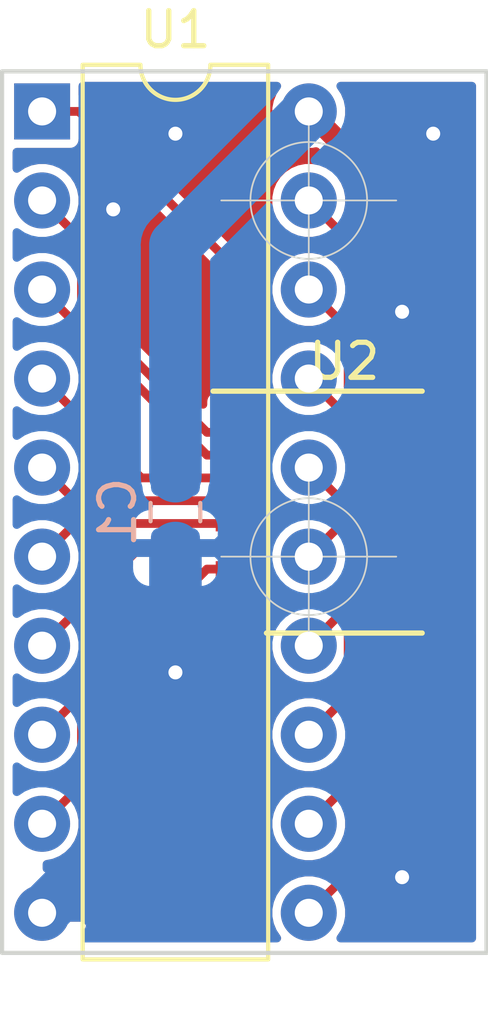
<source format=kicad_pcb>
(kicad_pcb (version 20171130) (host pcbnew "(5.1.5)-3")

  (general
    (thickness 1.6)
    (drawings 6)
    (tracks 76)
    (zones 0)
    (modules 3)
    (nets 21)
  )

  (page A4)
  (layers
    (0 F.Cu signal)
    (31 B.Cu signal)
    (32 B.Adhes user)
    (33 F.Adhes user)
    (34 B.Paste user)
    (35 F.Paste user)
    (36 B.SilkS user)
    (37 F.SilkS user)
    (38 B.Mask user)
    (39 F.Mask user)
    (40 Dwgs.User user)
    (41 Cmts.User user)
    (42 Eco1.User user)
    (43 Eco2.User user)
    (44 Edge.Cuts user)
    (45 Margin user)
    (46 B.CrtYd user)
    (47 F.CrtYd user)
    (48 B.Fab user)
    (49 F.Fab user)
  )

  (setup
    (last_trace_width 0.4)
    (user_trace_width 0.4)
    (user_trace_width 0.6)
    (user_trace_width 1.5)
    (trace_clearance 0.2)
    (zone_clearance 0.239)
    (zone_45_only no)
    (trace_min 0.2)
    (via_size 0.8)
    (via_drill 0.4)
    (via_min_size 0.35)
    (via_min_drill 0.3)
    (user_via 0.4 0.35)
    (uvia_size 0.3)
    (uvia_drill 0.1)
    (uvias_allowed no)
    (uvia_min_size 0.2)
    (uvia_min_drill 0.1)
    (edge_width 0.05)
    (segment_width 0.2)
    (pcb_text_width 0.3)
    (pcb_text_size 1.5 1.5)
    (mod_edge_width 0.12)
    (mod_text_size 1 1)
    (mod_text_width 0.15)
    (pad_size 1.524 1.524)
    (pad_drill 0.762)
    (pad_to_mask_clearance 0.051)
    (solder_mask_min_width 0.25)
    (aux_axis_origin 114.3 78.74)
    (visible_elements 7FFFFFFF)
    (pcbplotparams
      (layerselection 0x010f0_ffffffff)
      (usegerberextensions false)
      (usegerberattributes false)
      (usegerberadvancedattributes false)
      (creategerberjobfile false)
      (excludeedgelayer true)
      (linewidth 0.100000)
      (plotframeref false)
      (viasonmask false)
      (mode 1)
      (useauxorigin false)
      (hpglpennumber 1)
      (hpglpenspeed 20)
      (hpglpendiameter 15.000000)
      (psnegative false)
      (psa4output false)
      (plotreference true)
      (plotvalue true)
      (plotinvisibletext false)
      (padsonsilk false)
      (subtractmaskfromsilk false)
      (outputformat 1)
      (mirror false)
      (drillshape 0)
      (scaleselection 1)
      (outputdirectory "gerber/"))
  )

  (net 0 "")
  (net 1 "Net-(U1-Pad1)")
  (net 2 "Net-(U1-Pad2)")
  (net 3 "Net-(U1-Pad9)")
  (net 4 "Net-(U1-Pad3)")
  (net 5 "Net-(U1-Pad4)")
  (net 6 "Net-(U1-Pad11)")
  (net 7 "Net-(U1-Pad5)")
  (net 8 "Net-(U1-Pad12)")
  (net 9 "Net-(U1-Pad6)")
  (net 10 "Net-(U1-Pad13)")
  (net 11 "Net-(C1-Pad1)")
  (net 12 "Net-(U1-Pad14)")
  (net 13 "Net-(U1-Pad7)")
  (net 14 "Net-(U1-Pad15)")
  (net 15 GND)
  (net 16 "Net-(U1-Pad16)")
  (net 17 "Net-(U1-Pad17)")
  (net 18 "Net-(U1-Pad8)")
  (net 19 "Net-(U1-Pad18)")
  (net 20 "Net-(U1-Pad19)")

  (net_class Default "This is the default net class."
    (clearance 0.2)
    (trace_width 0.25)
    (via_dia 0.8)
    (via_drill 0.4)
    (uvia_dia 0.3)
    (uvia_drill 0.1)
    (add_net GND)
    (add_net "Net-(C1-Pad1)")
    (add_net "Net-(U1-Pad1)")
    (add_net "Net-(U1-Pad11)")
    (add_net "Net-(U1-Pad12)")
    (add_net "Net-(U1-Pad13)")
    (add_net "Net-(U1-Pad14)")
    (add_net "Net-(U1-Pad15)")
    (add_net "Net-(U1-Pad16)")
    (add_net "Net-(U1-Pad17)")
    (add_net "Net-(U1-Pad18)")
    (add_net "Net-(U1-Pad19)")
    (add_net "Net-(U1-Pad2)")
    (add_net "Net-(U1-Pad3)")
    (add_net "Net-(U1-Pad4)")
    (add_net "Net-(U1-Pad5)")
    (add_net "Net-(U1-Pad6)")
    (add_net "Net-(U1-Pad7)")
    (add_net "Net-(U1-Pad8)")
    (add_net "Net-(U1-Pad9)")
  )

  (module Capacitor_SMD:C_0805_2012Metric_Pad1.15x1.40mm_HandSolder (layer B.Cu) (tedit 5B36C52B) (tstamp 5EF1D27A)
    (at 110.49 82.55 270)
    (descr "Capacitor SMD 0805 (2012 Metric), square (rectangular) end terminal, IPC_7351 nominal with elongated pad for handsoldering. (Body size source: https://docs.google.com/spreadsheets/d/1BsfQQcO9C6DZCsRaXUlFlo91Tg2WpOkGARC1WS5S8t0/edit?usp=sharing), generated with kicad-footprint-generator")
    (tags "capacitor handsolder")
    (path /7C524249)
    (attr smd)
    (fp_text reference C1 (at 0 1.65 90) (layer B.SilkS)
      (effects (font (size 1 1) (thickness 0.15)) (justify mirror))
    )
    (fp_text value 100n (at 0 -1.65 90) (layer B.Fab)
      (effects (font (size 1 1) (thickness 0.15)) (justify mirror))
    )
    (fp_line (start -1 -0.6) (end -1 0.6) (layer B.Fab) (width 0.1))
    (fp_line (start -1 0.6) (end 1 0.6) (layer B.Fab) (width 0.1))
    (fp_line (start 1 0.6) (end 1 -0.6) (layer B.Fab) (width 0.1))
    (fp_line (start 1 -0.6) (end -1 -0.6) (layer B.Fab) (width 0.1))
    (fp_line (start -0.261252 0.71) (end 0.261252 0.71) (layer B.SilkS) (width 0.12))
    (fp_line (start -0.261252 -0.71) (end 0.261252 -0.71) (layer B.SilkS) (width 0.12))
    (fp_line (start -1.85 -0.95) (end -1.85 0.95) (layer B.CrtYd) (width 0.05))
    (fp_line (start -1.85 0.95) (end 1.85 0.95) (layer B.CrtYd) (width 0.05))
    (fp_line (start 1.85 0.95) (end 1.85 -0.95) (layer B.CrtYd) (width 0.05))
    (fp_line (start 1.85 -0.95) (end -1.85 -0.95) (layer B.CrtYd) (width 0.05))
    (fp_text user %R (at 0 0 90) (layer B.Fab)
      (effects (font (size 0.5 0.5) (thickness 0.08)) (justify mirror))
    )
    (pad 1 smd roundrect (at -1.025 0 270) (size 1.15 1.4) (layers B.Cu B.Paste B.Mask) (roundrect_rratio 0.217391)
      (net 11 "Net-(C1-Pad1)"))
    (pad 2 smd roundrect (at 1.025 0 270) (size 1.15 1.4) (layers B.Cu B.Paste B.Mask) (roundrect_rratio 0.217391)
      (net 15 GND))
    (model ${KISYS3DMOD}/Capacitor_SMD.3dshapes/C_0805_2012Metric.wrl
      (at (xyz 0 0 0))
      (scale (xyz 1 1 1))
      (rotate (xyz 0 0 0))
    )
  )

  (module Package_DIP:DIP-20_W7.62mm (layer F.Cu) (tedit 5A02E8C5) (tstamp 5EF1D2A2)
    (at 106.68 71.12)
    (descr "20-lead though-hole mounted DIP package, row spacing 7.62 mm (300 mils)")
    (tags "THT DIP DIL PDIP 2.54mm 7.62mm 300mil")
    (path /5EF1D2C1)
    (fp_text reference U1 (at 3.81 -2.33) (layer F.SilkS)
      (effects (font (size 1 1) (thickness 0.15)))
    )
    (fp_text value 74LS373 (at 3.81 25.19) (layer F.Fab)
      (effects (font (size 1 1) (thickness 0.15)))
    )
    (fp_arc (start 3.81 -1.33) (end 2.81 -1.33) (angle -180) (layer F.SilkS) (width 0.12))
    (fp_line (start 1.635 -1.27) (end 6.985 -1.27) (layer F.Fab) (width 0.1))
    (fp_line (start 6.985 -1.27) (end 6.985 24.13) (layer F.Fab) (width 0.1))
    (fp_line (start 6.985 24.13) (end 0.635 24.13) (layer F.Fab) (width 0.1))
    (fp_line (start 0.635 24.13) (end 0.635 -0.27) (layer F.Fab) (width 0.1))
    (fp_line (start 0.635 -0.27) (end 1.635 -1.27) (layer F.Fab) (width 0.1))
    (fp_line (start 2.81 -1.33) (end 1.16 -1.33) (layer F.SilkS) (width 0.12))
    (fp_line (start 1.16 -1.33) (end 1.16 24.19) (layer F.SilkS) (width 0.12))
    (fp_line (start 1.16 24.19) (end 6.46 24.19) (layer F.SilkS) (width 0.12))
    (fp_line (start 6.46 24.19) (end 6.46 -1.33) (layer F.SilkS) (width 0.12))
    (fp_line (start 6.46 -1.33) (end 4.81 -1.33) (layer F.SilkS) (width 0.12))
    (fp_line (start -1.1 -1.55) (end -1.1 24.4) (layer F.CrtYd) (width 0.05))
    (fp_line (start -1.1 24.4) (end 8.7 24.4) (layer F.CrtYd) (width 0.05))
    (fp_line (start 8.7 24.4) (end 8.7 -1.55) (layer F.CrtYd) (width 0.05))
    (fp_line (start 8.7 -1.55) (end -1.1 -1.55) (layer F.CrtYd) (width 0.05))
    (fp_text user %R (at 3.81 11.43) (layer F.Fab)
      (effects (font (size 1 1) (thickness 0.15)))
    )
    (pad 1 thru_hole rect (at 0 0) (size 1.6 1.6) (drill 0.8) (layers *.Cu *.Mask)
      (net 1 "Net-(U1-Pad1)"))
    (pad 11 thru_hole oval (at 7.62 22.86) (size 1.6 1.6) (drill 0.8) (layers *.Cu *.Mask)
      (net 6 "Net-(U1-Pad11)"))
    (pad 2 thru_hole oval (at 0 2.54) (size 1.6 1.6) (drill 0.8) (layers *.Cu *.Mask)
      (net 2 "Net-(U1-Pad2)"))
    (pad 12 thru_hole oval (at 7.62 20.32) (size 1.6 1.6) (drill 0.8) (layers *.Cu *.Mask)
      (net 8 "Net-(U1-Pad12)"))
    (pad 3 thru_hole oval (at 0 5.08) (size 1.6 1.6) (drill 0.8) (layers *.Cu *.Mask)
      (net 4 "Net-(U1-Pad3)"))
    (pad 13 thru_hole oval (at 7.62 17.78) (size 1.6 1.6) (drill 0.8) (layers *.Cu *.Mask)
      (net 10 "Net-(U1-Pad13)"))
    (pad 4 thru_hole oval (at 0 7.62) (size 1.6 1.6) (drill 0.8) (layers *.Cu *.Mask)
      (net 5 "Net-(U1-Pad4)"))
    (pad 14 thru_hole oval (at 7.62 15.24) (size 1.6 1.6) (drill 0.8) (layers *.Cu *.Mask)
      (net 12 "Net-(U1-Pad14)"))
    (pad 5 thru_hole oval (at 0 10.16) (size 1.6 1.6) (drill 0.8) (layers *.Cu *.Mask)
      (net 7 "Net-(U1-Pad5)"))
    (pad 15 thru_hole oval (at 7.62 12.7) (size 1.6 1.6) (drill 0.8) (layers *.Cu *.Mask)
      (net 14 "Net-(U1-Pad15)"))
    (pad 6 thru_hole oval (at 0 12.7) (size 1.6 1.6) (drill 0.8) (layers *.Cu *.Mask)
      (net 9 "Net-(U1-Pad6)"))
    (pad 16 thru_hole oval (at 7.62 10.16) (size 1.6 1.6) (drill 0.8) (layers *.Cu *.Mask)
      (net 16 "Net-(U1-Pad16)"))
    (pad 7 thru_hole oval (at 0 15.24) (size 1.6 1.6) (drill 0.8) (layers *.Cu *.Mask)
      (net 13 "Net-(U1-Pad7)"))
    (pad 17 thru_hole oval (at 7.62 7.62) (size 1.6 1.6) (drill 0.8) (layers *.Cu *.Mask)
      (net 17 "Net-(U1-Pad17)"))
    (pad 8 thru_hole oval (at 0 17.78) (size 1.6 1.6) (drill 0.8) (layers *.Cu *.Mask)
      (net 18 "Net-(U1-Pad8)"))
    (pad 18 thru_hole oval (at 7.62 5.08) (size 1.6 1.6) (drill 0.8) (layers *.Cu *.Mask)
      (net 19 "Net-(U1-Pad18)"))
    (pad 9 thru_hole oval (at 0 20.32) (size 1.6 1.6) (drill 0.8) (layers *.Cu *.Mask)
      (net 3 "Net-(U1-Pad9)"))
    (pad 19 thru_hole oval (at 7.62 2.54) (size 1.6 1.6) (drill 0.8) (layers *.Cu *.Mask)
      (net 20 "Net-(U1-Pad19)"))
    (pad 10 thru_hole oval (at 0 22.86) (size 1.6 1.6) (drill 0.8) (layers *.Cu *.Mask)
      (net 15 GND))
    (pad 20 thru_hole oval (at 7.62 0) (size 1.6 1.6) (drill 0.8) (layers *.Cu *.Mask)
      (net 11 "Net-(C1-Pad1)"))
    (model ${KISYS3DMOD}/Package_DIP.3dshapes/DIP-20_W7.62mm.wrl
      (at (xyz 0 0 0))
      (scale (xyz 1 1 1))
      (rotate (xyz 0 0 0))
    )
  )

  (module Package_SO:TSSOP-20_4.4x6.5mm_P0.65mm (layer F.Cu) (tedit 5A02F25C) (tstamp 5EF1D2C6)
    (at 115.316 82.55)
    (descr "20-Lead Plastic Thin Shrink Small Outline (ST)-4.4 mm Body [TSSOP] (see Microchip Packaging Specification 00000049BS.pdf)")
    (tags "SSOP 0.65")
    (path /5EF209F8)
    (attr smd)
    (fp_text reference U2 (at 0 -4.3) (layer F.SilkS)
      (effects (font (size 1 1) (thickness 0.15)))
    )
    (fp_text value 74LS373 (at 0 4.3) (layer F.Fab)
      (effects (font (size 1 1) (thickness 0.15)))
    )
    (fp_line (start -1.2 -3.25) (end 2.2 -3.25) (layer F.Fab) (width 0.15))
    (fp_line (start 2.2 -3.25) (end 2.2 3.25) (layer F.Fab) (width 0.15))
    (fp_line (start 2.2 3.25) (end -2.2 3.25) (layer F.Fab) (width 0.15))
    (fp_line (start -2.2 3.25) (end -2.2 -2.25) (layer F.Fab) (width 0.15))
    (fp_line (start -2.2 -2.25) (end -1.2 -3.25) (layer F.Fab) (width 0.15))
    (fp_line (start -3.95 -3.55) (end -3.95 3.55) (layer F.CrtYd) (width 0.05))
    (fp_line (start 3.95 -3.55) (end 3.95 3.55) (layer F.CrtYd) (width 0.05))
    (fp_line (start -3.95 -3.55) (end 3.95 -3.55) (layer F.CrtYd) (width 0.05))
    (fp_line (start -3.95 3.55) (end 3.95 3.55) (layer F.CrtYd) (width 0.05))
    (fp_line (start -2.225 3.45) (end 2.225 3.45) (layer F.SilkS) (width 0.15))
    (fp_line (start -3.75 -3.45) (end 2.225 -3.45) (layer F.SilkS) (width 0.15))
    (fp_text user %R (at 0 0) (layer F.Fab)
      (effects (font (size 0.8 0.8) (thickness 0.15)))
    )
    (pad 1 smd rect (at -2.95 -2.925) (size 1.45 0.45) (layers F.Cu F.Paste F.Mask)
      (net 1 "Net-(U1-Pad1)"))
    (pad 2 smd rect (at -2.95 -2.275) (size 1.45 0.45) (layers F.Cu F.Paste F.Mask)
      (net 2 "Net-(U1-Pad2)"))
    (pad 3 smd rect (at -2.95 -1.625) (size 1.45 0.45) (layers F.Cu F.Paste F.Mask)
      (net 4 "Net-(U1-Pad3)"))
    (pad 4 smd rect (at -2.95 -0.975) (size 1.45 0.45) (layers F.Cu F.Paste F.Mask)
      (net 5 "Net-(U1-Pad4)"))
    (pad 5 smd rect (at -2.95 -0.325) (size 1.45 0.45) (layers F.Cu F.Paste F.Mask)
      (net 7 "Net-(U1-Pad5)"))
    (pad 6 smd rect (at -2.95 0.325) (size 1.45 0.45) (layers F.Cu F.Paste F.Mask)
      (net 9 "Net-(U1-Pad6)"))
    (pad 7 smd rect (at -2.95 0.975) (size 1.45 0.45) (layers F.Cu F.Paste F.Mask)
      (net 13 "Net-(U1-Pad7)"))
    (pad 8 smd rect (at -2.95 1.625) (size 1.45 0.45) (layers F.Cu F.Paste F.Mask)
      (net 18 "Net-(U1-Pad8)"))
    (pad 9 smd rect (at -2.95 2.275) (size 1.45 0.45) (layers F.Cu F.Paste F.Mask)
      (net 3 "Net-(U1-Pad9)"))
    (pad 10 smd rect (at -2.95 2.925) (size 1.45 0.45) (layers F.Cu F.Paste F.Mask)
      (net 15 GND))
    (pad 11 smd rect (at 2.95 2.925) (size 1.45 0.45) (layers F.Cu F.Paste F.Mask)
      (net 6 "Net-(U1-Pad11)"))
    (pad 12 smd rect (at 2.95 2.275) (size 1.45 0.45) (layers F.Cu F.Paste F.Mask)
      (net 8 "Net-(U1-Pad12)"))
    (pad 13 smd rect (at 2.95 1.625) (size 1.45 0.45) (layers F.Cu F.Paste F.Mask)
      (net 10 "Net-(U1-Pad13)"))
    (pad 14 smd rect (at 2.95 0.975) (size 1.45 0.45) (layers F.Cu F.Paste F.Mask)
      (net 12 "Net-(U1-Pad14)"))
    (pad 15 smd rect (at 2.95 0.325) (size 1.45 0.45) (layers F.Cu F.Paste F.Mask)
      (net 14 "Net-(U1-Pad15)"))
    (pad 16 smd rect (at 2.95 -0.325) (size 1.45 0.45) (layers F.Cu F.Paste F.Mask)
      (net 16 "Net-(U1-Pad16)"))
    (pad 17 smd rect (at 2.95 -0.975) (size 1.45 0.45) (layers F.Cu F.Paste F.Mask)
      (net 17 "Net-(U1-Pad17)"))
    (pad 18 smd rect (at 2.95 -1.625) (size 1.45 0.45) (layers F.Cu F.Paste F.Mask)
      (net 19 "Net-(U1-Pad18)"))
    (pad 19 smd rect (at 2.95 -2.275) (size 1.45 0.45) (layers F.Cu F.Paste F.Mask)
      (net 20 "Net-(U1-Pad19)"))
    (pad 20 smd rect (at 2.95 -2.925) (size 1.45 0.45) (layers F.Cu F.Paste F.Mask)
      (net 11 "Net-(C1-Pad1)"))
    (model ${KISYS3DMOD}/Package_SO.3dshapes/TSSOP-20_4.4x6.5mm_P0.65mm.wrl
      (at (xyz 0 0 0))
      (scale (xyz 1 1 1))
      (rotate (xyz 0 0 0))
    )
  )

  (target plus (at 114.3 83.82) (size 5) (width 0.05) (layer Edge.Cuts) (tstamp 5EDEE61A))
  (target plus (at 114.3 73.66) (size 5) (width 0.05) (layer Edge.Cuts))
  (gr_line (start 119.38 95.123) (end 119.38 69.977) (layer Edge.Cuts) (width 0.12) (tstamp 5EDD24B3))
  (gr_line (start 105.537 95.123) (end 119.38 95.123) (layer Edge.Cuts) (width 0.12))
  (gr_line (start 105.537 69.977) (end 105.537 95.123) (layer Edge.Cuts) (width 0.12))
  (gr_line (start 119.38 69.977) (end 105.537 69.977) (layer Edge.Cuts) (width 0.12))

  (segment (start 107.73 71.12) (end 106.68 71.12) (width 0.25) (layer F.Cu) (net 1))
  (segment (start 112.366 75.756) (end 107.73 71.12) (width 0.25) (layer F.Cu) (net 1))
  (segment (start 112.366 79.625) (end 112.366 75.756) (width 0.25) (layer F.Cu) (net 1))
  (segment (start 107.479999 74.459999) (end 106.68 73.66) (width 0.25) (layer F.Cu) (net 2))
  (segment (start 107.805001 76.689001) (end 107.805001 74.785001) (width 0.25) (layer F.Cu) (net 2))
  (segment (start 107.805001 74.785001) (end 107.479999 74.459999) (width 0.25) (layer F.Cu) (net 2))
  (segment (start 111.391 80.275) (end 107.805001 76.689001) (width 0.25) (layer F.Cu) (net 2))
  (segment (start 112.366 80.275) (end 111.391 80.275) (width 0.25) (layer F.Cu) (net 2))
  (segment (start 107.805001 90.314999) (end 107.479999 90.640001) (width 0.25) (layer F.Cu) (net 3))
  (segment (start 107.479999 90.640001) (end 106.68 91.44) (width 0.25) (layer F.Cu) (net 3))
  (segment (start 107.805001 88.500997) (end 107.805001 90.314999) (width 0.25) (layer F.Cu) (net 3))
  (segment (start 111.480998 84.825) (end 107.805001 88.500997) (width 0.25) (layer F.Cu) (net 3))
  (segment (start 112.366 84.825) (end 111.480998 84.825) (width 0.25) (layer F.Cu) (net 3))
  (segment (start 106.68 76.214) (end 106.68 76.2) (width 0.25) (layer F.Cu) (net 4))
  (segment (start 111.391 80.925) (end 106.68 76.214) (width 0.25) (layer F.Cu) (net 4))
  (segment (start 112.366 80.925) (end 111.391 80.925) (width 0.25) (layer F.Cu) (net 4))
  (segment (start 109.515 81.575) (end 106.68 78.74) (width 0.25) (layer F.Cu) (net 5))
  (segment (start 112.366 81.575) (end 109.515 81.575) (width 0.25) (layer F.Cu) (net 5))
  (segment (start 118.266 90.014) (end 114.3 93.98) (width 0.25) (layer F.Cu) (net 6))
  (segment (start 118.266 85.475) (end 118.266 90.014) (width 0.25) (layer F.Cu) (net 6))
  (segment (start 107.625 82.225) (end 106.68 81.28) (width 0.25) (layer F.Cu) (net 7))
  (segment (start 112.366 82.225) (end 107.625 82.225) (width 0.25) (layer F.Cu) (net 7))
  (segment (start 115.099999 90.640001) (end 114.3 91.44) (width 0.25) (layer F.Cu) (net 8))
  (segment (start 115.875011 89.864989) (end 115.099999 90.640001) (width 0.25) (layer F.Cu) (net 8))
  (segment (start 115.875011 86.240989) (end 115.875011 89.864989) (width 0.25) (layer F.Cu) (net 8))
  (segment (start 117.291 84.825) (end 115.875011 86.240989) (width 0.25) (layer F.Cu) (net 8))
  (segment (start 118.266 84.825) (end 117.291 84.825) (width 0.25) (layer F.Cu) (net 8))
  (segment (start 107.625 82.875) (end 106.68 83.82) (width 0.25) (layer F.Cu) (net 9))
  (segment (start 112.366 82.875) (end 107.625 82.875) (width 0.25) (layer F.Cu) (net 9))
  (segment (start 115.099999 88.100001) (end 114.3 88.9) (width 0.25) (layer F.Cu) (net 10))
  (segment (start 115.425001 86.040999) (end 115.425001 87.774999) (width 0.25) (layer F.Cu) (net 10))
  (segment (start 117.291 84.175) (end 115.425001 86.040999) (width 0.25) (layer F.Cu) (net 10))
  (segment (start 115.425001 87.774999) (end 115.099999 88.100001) (width 0.25) (layer F.Cu) (net 10))
  (segment (start 118.266 84.175) (end 117.291 84.175) (width 0.25) (layer F.Cu) (net 10))
  (segment (start 118.266 79) (end 118.26 78.994) (width 0.4) (layer F.Cu) (net 11))
  (segment (start 118.266 79.625) (end 118.266 79) (width 0.4) (layer F.Cu) (net 11))
  (segment (start 118.266 75.086) (end 114.3 71.12) (width 0.6) (layer F.Cu) (net 11))
  (segment (start 118.266 79) (end 118.266 75.086) (width 0.6) (layer F.Cu) (net 11))
  (segment (start 110.49 74.93) (end 114.3 71.12) (width 1.5) (layer B.Cu) (net 11))
  (segment (start 110.49 81.525) (end 110.49 74.93) (width 1.5) (layer B.Cu) (net 11))
  (segment (start 117.135 83.525) (end 114.3 86.36) (width 0.25) (layer F.Cu) (net 12))
  (segment (start 118.266 83.525) (end 117.135 83.525) (width 0.25) (layer F.Cu) (net 12))
  (segment (start 109.515 83.525) (end 106.68 86.36) (width 0.25) (layer F.Cu) (net 13))
  (segment (start 112.366 83.525) (end 109.515 83.525) (width 0.25) (layer F.Cu) (net 13))
  (segment (start 115.245 82.875) (end 114.3 83.82) (width 0.25) (layer F.Cu) (net 14))
  (segment (start 118.266 82.875) (end 115.245 82.875) (width 0.25) (layer F.Cu) (net 14))
  (segment (start 110.49 90.17) (end 106.68 93.98) (width 1.5) (layer B.Cu) (net 15))
  (segment (start 110.49 83.575) (end 110.49 87.122) (width 1.5) (layer B.Cu) (net 15))
  (segment (start 110.49 87.122) (end 110.49 90.17) (width 1.5) (layer B.Cu) (net 15) (tstamp 5EF1D4D3))
  (via (at 110.49 87.122) (size 0.8) (drill 0.4) (layers F.Cu B.Cu) (net 15))
  (segment (start 112.268 85.573) (end 112.366 85.475) (width 0.4) (layer F.Cu) (net 15))
  (segment (start 112.268 86.741) (end 112.268 85.573) (width 0.4) (layer F.Cu) (net 15))
  (segment (start 110.49 87.122) (end 111.887 87.122) (width 0.4) (layer F.Cu) (net 15))
  (segment (start 111.887 87.122) (end 112.268 86.741) (width 0.4) (layer F.Cu) (net 15))
  (via (at 117.856 71.755) (size 0.8) (drill 0.4) (layers F.Cu B.Cu) (net 15))
  (via (at 110.49 71.755) (size 0.8) (drill 0.4) (layers F.Cu B.Cu) (net 15))
  (via (at 108.712 73.914) (size 0.8) (drill 0.4) (layers F.Cu B.Cu) (net 15))
  (via (at 116.967 76.835) (size 0.8) (drill 0.4) (layers F.Cu B.Cu) (net 15))
  (via (at 116.967 92.964) (size 0.8) (drill 0.4) (layers F.Cu B.Cu) (net 15))
  (segment (start 115.245 82.225) (end 114.3 81.28) (width 0.25) (layer F.Cu) (net 16))
  (segment (start 118.266 82.225) (end 115.245 82.225) (width 0.25) (layer F.Cu) (net 16))
  (segment (start 117.135 81.575) (end 114.3 78.74) (width 0.25) (layer F.Cu) (net 17))
  (segment (start 118.266 81.575) (end 117.135 81.575) (width 0.25) (layer F.Cu) (net 17))
  (segment (start 106.68 88.886) (end 106.68 88.9) (width 0.25) (layer F.Cu) (net 18))
  (segment (start 111.391 84.175) (end 106.68 88.886) (width 0.25) (layer F.Cu) (net 18))
  (segment (start 112.366 84.175) (end 111.391 84.175) (width 0.25) (layer F.Cu) (net 18))
  (segment (start 115.099999 76.999999) (end 114.3 76.2) (width 0.25) (layer F.Cu) (net 19))
  (segment (start 115.425001 78.969003) (end 115.425001 77.325001) (width 0.25) (layer F.Cu) (net 19))
  (segment (start 115.425001 77.325001) (end 115.099999 76.999999) (width 0.25) (layer F.Cu) (net 19))
  (segment (start 117.380998 80.925) (end 115.425001 78.969003) (width 0.25) (layer F.Cu) (net 19))
  (segment (start 118.266 80.925) (end 117.380998 80.925) (width 0.25) (layer F.Cu) (net 19))
  (segment (start 115.875011 75.235011) (end 115.099999 74.459999) (width 0.25) (layer F.Cu) (net 20))
  (segment (start 115.875011 78.769013) (end 115.875011 75.235011) (width 0.25) (layer F.Cu) (net 20))
  (segment (start 117.380998 80.275) (end 115.875011 78.769013) (width 0.25) (layer F.Cu) (net 20))
  (segment (start 115.099999 74.459999) (end 114.3 73.66) (width 0.25) (layer F.Cu) (net 20))
  (segment (start 118.266 80.275) (end 117.380998 80.275) (width 0.25) (layer F.Cu) (net 20))

  (zone (net 15) (net_name GND) (layer F.Cu) (tstamp 0) (hatch edge 0.508)
    (connect_pads (clearance 0.239))
    (min_thickness 0.239)
    (fill yes (arc_segments 32) (thermal_gap 0.508) (thermal_bridge_width 0.508))
    (polygon
      (pts
        (xy 119.38 95.123) (xy 105.537 95.123) (xy 105.537 69.977) (xy 119.38 69.977)
      )
    )
    (filled_polygon
      (pts
        (xy 118.9615 94.7045) (xy 115.20922 94.7045) (xy 115.326649 94.528755) (xy 115.413979 94.317922) (xy 115.4585 94.094102)
        (xy 115.4585 93.865898) (xy 115.413979 93.642078) (xy 115.386949 93.576823) (xy 118.591098 90.372675) (xy 118.60954 90.35754)
        (xy 118.624675 90.339098) (xy 118.624679 90.339094) (xy 118.66996 90.283919) (xy 118.714857 90.199923) (xy 118.725906 90.163498)
        (xy 118.742504 90.108782) (xy 118.7495 90.037749) (xy 118.7495 90.037739) (xy 118.751838 90.014) (xy 118.7495 89.990261)
        (xy 118.7495 86.060234) (xy 118.9615 86.060234)
      )
    )
    (filled_polygon
      (pts
        (xy 112.5205 85.5805) (xy 112.5005 85.5805) (xy 112.5005 86.170625) (xy 112.657375 86.3275) (xy 113.079658 86.330434)
        (xy 113.1415 86.325464) (xy 113.1415 86.474102) (xy 113.186021 86.697922) (xy 113.273351 86.908755) (xy 113.400135 87.0985)
        (xy 113.5615 87.259865) (xy 113.751245 87.386649) (xy 113.962078 87.473979) (xy 114.185898 87.5185) (xy 114.414102 87.5185)
        (xy 114.637922 87.473979) (xy 114.848755 87.386649) (xy 114.941502 87.324677) (xy 114.941502 87.574726) (xy 114.703177 87.813051)
        (xy 114.637922 87.786021) (xy 114.414102 87.7415) (xy 114.185898 87.7415) (xy 113.962078 87.786021) (xy 113.751245 87.873351)
        (xy 113.5615 88.000135) (xy 113.400135 88.1615) (xy 113.273351 88.351245) (xy 113.186021 88.562078) (xy 113.1415 88.785898)
        (xy 113.1415 89.014102) (xy 113.186021 89.237922) (xy 113.273351 89.448755) (xy 113.400135 89.6385) (xy 113.5615 89.799865)
        (xy 113.751245 89.926649) (xy 113.962078 90.013979) (xy 114.185898 90.0585) (xy 114.414102 90.0585) (xy 114.637922 90.013979)
        (xy 114.848755 89.926649) (xy 115.0385 89.799865) (xy 115.199865 89.6385) (xy 115.326649 89.448755) (xy 115.391512 89.292162)
        (xy 115.391512 89.664716) (xy 114.703177 90.353051) (xy 114.637922 90.326021) (xy 114.414102 90.2815) (xy 114.185898 90.2815)
        (xy 113.962078 90.326021) (xy 113.751245 90.413351) (xy 113.5615 90.540135) (xy 113.400135 90.7015) (xy 113.273351 90.891245)
        (xy 113.186021 91.102078) (xy 113.1415 91.325898) (xy 113.1415 91.554102) (xy 113.186021 91.777922) (xy 113.273351 91.988755)
        (xy 113.400135 92.1785) (xy 113.5615 92.339865) (xy 113.751245 92.466649) (xy 113.962078 92.553979) (xy 114.185898 92.5985)
        (xy 114.414102 92.5985) (xy 114.637922 92.553979) (xy 114.848755 92.466649) (xy 115.0385 92.339865) (xy 115.199865 92.1785)
        (xy 115.326649 91.988755) (xy 115.413979 91.777922) (xy 115.4585 91.554102) (xy 115.4585 91.325898) (xy 115.413979 91.102078)
        (xy 115.386949 91.036823) (xy 116.200104 90.223668) (xy 116.218551 90.208529) (xy 116.278971 90.134907) (xy 116.323868 90.050912)
        (xy 116.351515 89.959771) (xy 116.358511 89.888738) (xy 116.358511 89.888729) (xy 116.360849 89.86499) (xy 116.358511 89.841251)
        (xy 116.358511 86.441261) (xy 117.180766 85.619006) (xy 117.180766 85.7) (xy 117.187688 85.770278) (xy 117.208187 85.837856)
        (xy 117.241476 85.900135) (xy 117.286276 85.954724) (xy 117.340865 85.999524) (xy 117.403144 86.032813) (xy 117.470722 86.053312)
        (xy 117.541 86.060234) (xy 117.7825 86.060234) (xy 117.782501 89.813726) (xy 114.703177 92.893051) (xy 114.637922 92.866021)
        (xy 114.414102 92.8215) (xy 114.185898 92.8215) (xy 113.962078 92.866021) (xy 113.751245 92.953351) (xy 113.5615 93.080135)
        (xy 113.400135 93.2415) (xy 113.273351 93.431245) (xy 113.186021 93.642078) (xy 113.1415 93.865898) (xy 113.1415 94.094102)
        (xy 113.186021 94.317922) (xy 113.273351 94.528755) (xy 113.39078 94.7045) (xy 107.909738 94.7045) (xy 108.026922 94.452836)
        (xy 108.062613 94.335161) (xy 107.943486 94.1145) (xy 106.8145 94.1145) (xy 106.8145 94.1345) (xy 106.5455 94.1345)
        (xy 106.5455 94.1145) (xy 106.5255 94.1145) (xy 106.5255 93.8455) (xy 106.5455 93.8455) (xy 106.5455 93.8255)
        (xy 106.8145 93.8255) (xy 106.8145 93.8455) (xy 107.943486 93.8455) (xy 108.062613 93.624839) (xy 108.026922 93.507164)
        (xy 107.908796 93.253478) (xy 107.743448 93.027712) (xy 107.537232 92.838542) (xy 107.298073 92.693237) (xy 107.035162 92.597382)
        (xy 106.814502 92.715719) (xy 106.814502 92.594442) (xy 107.017922 92.553979) (xy 107.228755 92.466649) (xy 107.4185 92.339865)
        (xy 107.579865 92.1785) (xy 107.706649 91.988755) (xy 107.793979 91.777922) (xy 107.8385 91.554102) (xy 107.8385 91.325898)
        (xy 107.793979 91.102078) (xy 107.766949 91.036823) (xy 108.130094 90.673678) (xy 108.148541 90.658539) (xy 108.166677 90.636441)
        (xy 108.208961 90.584918) (xy 108.253858 90.500922) (xy 108.257018 90.490504) (xy 108.281505 90.409781) (xy 108.288501 90.338748)
        (xy 108.288501 90.338739) (xy 108.290839 90.315) (xy 108.288501 90.291261) (xy 108.288501 88.701269) (xy 111.056824 85.932946)
        (xy 111.062895 85.951735) (xy 111.123114 86.059681) (xy 111.203236 86.153804) (xy 111.30018 86.230488) (xy 111.410222 86.286785)
        (xy 111.529132 86.320533) (xy 111.652342 86.330434) (xy 112.074625 86.3275) (xy 112.2315 86.170625) (xy 112.2315 85.5805)
        (xy 112.2115 85.5805) (xy 112.2115 85.410234) (xy 112.5205 85.410234)
      )
    )
    (filled_polygon
      (pts
        (xy 111.882501 75.956274) (xy 111.8825 79.039766) (xy 111.641 79.039766) (xy 111.570722 79.046688) (xy 111.503144 79.067187)
        (xy 111.440865 79.100476) (xy 111.386276 79.145276) (xy 111.341476 79.199865) (xy 111.308187 79.262144) (xy 111.287688 79.329722)
        (xy 111.280766 79.4) (xy 111.280766 79.480994) (xy 108.288501 76.488729) (xy 108.288501 74.808739) (xy 108.290839 74.785)
        (xy 108.288501 74.761261) (xy 108.288501 74.761252) (xy 108.281505 74.690219) (xy 108.253858 74.599078) (xy 108.232898 74.559865)
        (xy 108.208961 74.515082) (xy 108.16368 74.459908) (xy 108.148541 74.441461) (xy 108.130094 74.426322) (xy 107.766949 74.063177)
        (xy 107.793979 73.997922) (xy 107.8385 73.774102) (xy 107.8385 73.545898) (xy 107.793979 73.322078) (xy 107.706649 73.111245)
        (xy 107.579865 72.9215) (xy 107.4185 72.760135) (xy 107.228755 72.633351) (xy 107.017922 72.546021) (xy 106.794102 72.5015)
        (xy 106.565898 72.5015) (xy 106.342078 72.546021) (xy 106.131245 72.633351) (xy 105.9555 72.75078) (xy 105.9555 72.280234)
        (xy 107.48 72.280234) (xy 107.550278 72.273312) (xy 107.617856 72.252813) (xy 107.680135 72.219524) (xy 107.734724 72.174724)
        (xy 107.779524 72.120135) (xy 107.812813 72.057856) (xy 107.833312 71.990278) (xy 107.840234 71.92) (xy 107.840234 71.914006)
      )
    )
    (filled_polygon
      (pts
        (xy 117.607501 75.358761) (xy 117.6075 79.032347) (xy 117.608231 79.039766) (xy 117.541 79.039766) (xy 117.470722 79.046688)
        (xy 117.403144 79.067187) (xy 117.340865 79.100476) (xy 117.286276 79.145276) (xy 117.241476 79.199865) (xy 117.208187 79.262144)
        (xy 117.187688 79.329722) (xy 117.181573 79.391803) (xy 116.358511 78.568741) (xy 116.358511 75.258749) (xy 116.360849 75.23501)
        (xy 116.358511 75.211271) (xy 116.358511 75.211262) (xy 116.351515 75.140229) (xy 116.323868 75.049088) (xy 116.278971 74.965093)
        (xy 116.218551 74.891471) (xy 116.200104 74.876332) (xy 115.386949 74.063177) (xy 115.413979 73.997922) (xy 115.4585 73.774102)
        (xy 115.4585 73.545898) (xy 115.413979 73.322078) (xy 115.326649 73.111245) (xy 115.259519 73.010779)
      )
    )
    (filled_polygon
      (pts
        (xy 113.273351 70.571245) (xy 113.186021 70.782078) (xy 113.1415 71.005898) (xy 113.1415 71.234102) (xy 113.186021 71.457922)
        (xy 113.273351 71.668755) (xy 113.400135 71.8585) (xy 113.5615 72.019865) (xy 113.751245 72.146649) (xy 113.962078 72.233979)
        (xy 114.185898 72.2785) (xy 114.414102 72.2785) (xy 114.50847 72.259729) (xy 114.949222 72.700481) (xy 114.848755 72.633351)
        (xy 114.637922 72.546021) (xy 114.414102 72.5015) (xy 114.185898 72.5015) (xy 113.962078 72.546021) (xy 113.751245 72.633351)
        (xy 113.5615 72.760135) (xy 113.400135 72.9215) (xy 113.273351 73.111245) (xy 113.186021 73.322078) (xy 113.1415 73.545898)
        (xy 113.1415 73.774102) (xy 113.186021 73.997922) (xy 113.273351 74.208755) (xy 113.400135 74.3985) (xy 113.5615 74.559865)
        (xy 113.751245 74.686649) (xy 113.962078 74.773979) (xy 114.185898 74.8185) (xy 114.414102 74.8185) (xy 114.637922 74.773979)
        (xy 114.703177 74.746949) (xy 115.391512 75.435284) (xy 115.391512 75.807838) (xy 115.326649 75.651245) (xy 115.199865 75.4615)
        (xy 115.0385 75.300135) (xy 114.848755 75.173351) (xy 114.637922 75.086021) (xy 114.414102 75.0415) (xy 114.185898 75.0415)
        (xy 113.962078 75.086021) (xy 113.751245 75.173351) (xy 113.5615 75.300135) (xy 113.400135 75.4615) (xy 113.273351 75.651245)
        (xy 113.186021 75.862078) (xy 113.1415 76.085898) (xy 113.1415 76.314102) (xy 113.186021 76.537922) (xy 113.273351 76.748755)
        (xy 113.400135 76.9385) (xy 113.5615 77.099865) (xy 113.751245 77.226649) (xy 113.962078 77.313979) (xy 114.185898 77.3585)
        (xy 114.414102 77.3585) (xy 114.637922 77.313979) (xy 114.703177 77.286949) (xy 114.941502 77.525274) (xy 114.941502 77.775323)
        (xy 114.848755 77.713351) (xy 114.637922 77.626021) (xy 114.414102 77.5815) (xy 114.185898 77.5815) (xy 113.962078 77.626021)
        (xy 113.751245 77.713351) (xy 113.5615 77.840135) (xy 113.400135 78.0015) (xy 113.273351 78.191245) (xy 113.186021 78.402078)
        (xy 113.1415 78.625898) (xy 113.1415 78.854102) (xy 113.180998 79.05267) (xy 113.161278 79.046688) (xy 113.091 79.039766)
        (xy 112.8495 79.039766) (xy 112.8495 75.779738) (xy 112.851838 75.755999) (xy 112.8495 75.73226) (xy 112.8495 75.732251)
        (xy 112.842504 75.661218) (xy 112.814857 75.570077) (xy 112.76996 75.486081) (xy 112.724679 75.430906) (xy 112.724675 75.430902)
        (xy 112.70954 75.41246) (xy 112.691098 75.397325) (xy 108.088679 70.794907) (xy 108.07354 70.77646) (xy 107.999918 70.71604)
        (xy 107.915923 70.671143) (xy 107.840234 70.648183) (xy 107.840234 70.3955) (xy 113.39078 70.3955)
      )
    )
    (filled_polygon
      (pts
        (xy 118.961501 79.039766) (xy 118.923769 79.039766) (xy 118.9245 79.032348) (xy 118.9245 75.118348) (xy 118.927686 75.086)
        (xy 118.914972 74.956911) (xy 118.900394 74.908855) (xy 118.877318 74.832784) (xy 118.816172 74.718387) (xy 118.733883 74.618117)
        (xy 118.708755 74.597496) (xy 115.439729 71.32847) (xy 115.4585 71.234102) (xy 115.4585 71.005898) (xy 115.413979 70.782078)
        (xy 115.326649 70.571245) (xy 115.20922 70.3955) (xy 118.961501 70.3955)
      )
    )
  )
  (zone (net 15) (net_name GND) (layer B.Cu) (tstamp 0) (hatch edge 0.508)
    (connect_pads (clearance 0.239))
    (min_thickness 0.239)
    (fill yes (arc_segments 32) (thermal_gap 0.508) (thermal_bridge_width 0.508))
    (polygon
      (pts
        (xy 119.38 95.123) (xy 105.537 95.123) (xy 105.537 69.977) (xy 119.38 69.977)
      )
    )
    (filled_polygon
      (pts
        (xy 113.273351 70.571245) (xy 113.267872 70.584472) (xy 109.744679 74.107667) (xy 109.702381 74.14238) (xy 109.647909 74.208755)
        (xy 109.563857 74.311172) (xy 109.460925 74.503744) (xy 109.39754 74.712697) (xy 109.376138 74.93) (xy 109.381501 74.984453)
        (xy 109.3815 81.579449) (xy 109.39754 81.742303) (xy 109.429766 81.848538) (xy 109.429766 81.850001) (xy 109.441491 81.969052)
        (xy 109.476217 82.083527) (xy 109.532609 82.189028) (xy 109.608499 82.281501) (xy 109.700972 82.357391) (xy 109.733897 82.37499)
        (xy 109.666989 82.38158) (xy 109.548704 82.417461) (xy 109.439693 82.475728) (xy 109.344144 82.554144) (xy 109.265728 82.649693)
        (xy 109.207461 82.758704) (xy 109.17158 82.876989) (xy 109.159464 83) (xy 109.1625 83.283625) (xy 109.319375 83.4405)
        (xy 110.3555 83.4405) (xy 110.3555 83.4205) (xy 110.6245 83.4205) (xy 110.6245 83.4405) (xy 111.660625 83.4405)
        (xy 111.8175 83.283625) (xy 111.820536 83) (xy 111.80842 82.876989) (xy 111.772539 82.758704) (xy 111.714272 82.649693)
        (xy 111.635856 82.554144) (xy 111.540307 82.475728) (xy 111.431296 82.417461) (xy 111.313011 82.38158) (xy 111.246103 82.37499)
        (xy 111.279028 82.357391) (xy 111.371501 82.281501) (xy 111.447391 82.189028) (xy 111.503783 82.083527) (xy 111.538509 81.969052)
        (xy 111.550234 81.850001) (xy 111.550234 81.848539) (xy 111.58246 81.742304) (xy 111.5985 81.57945) (xy 111.5985 81.165898)
        (xy 113.1415 81.165898) (xy 113.1415 81.394102) (xy 113.186021 81.617922) (xy 113.273351 81.828755) (xy 113.400135 82.0185)
        (xy 113.5615 82.179865) (xy 113.751245 82.306649) (xy 113.962078 82.393979) (xy 114.185898 82.4385) (xy 114.414102 82.4385)
        (xy 114.637922 82.393979) (xy 114.848755 82.306649) (xy 115.0385 82.179865) (xy 115.199865 82.0185) (xy 115.326649 81.828755)
        (xy 115.413979 81.617922) (xy 115.4585 81.394102) (xy 115.4585 81.165898) (xy 115.413979 80.942078) (xy 115.326649 80.731245)
        (xy 115.199865 80.5415) (xy 115.0385 80.380135) (xy 114.848755 80.253351) (xy 114.637922 80.166021) (xy 114.414102 80.1215)
        (xy 114.185898 80.1215) (xy 113.962078 80.166021) (xy 113.751245 80.253351) (xy 113.5615 80.380135) (xy 113.400135 80.5415)
        (xy 113.273351 80.731245) (xy 113.186021 80.942078) (xy 113.1415 81.165898) (xy 111.5985 81.165898) (xy 111.5985 78.625898)
        (xy 113.1415 78.625898) (xy 113.1415 78.854102) (xy 113.186021 79.077922) (xy 113.273351 79.288755) (xy 113.400135 79.4785)
        (xy 113.5615 79.639865) (xy 113.751245 79.766649) (xy 113.962078 79.853979) (xy 114.185898 79.8985) (xy 114.414102 79.8985)
        (xy 114.637922 79.853979) (xy 114.848755 79.766649) (xy 115.0385 79.639865) (xy 115.199865 79.4785) (xy 115.326649 79.288755)
        (xy 115.413979 79.077922) (xy 115.4585 78.854102) (xy 115.4585 78.625898) (xy 115.413979 78.402078) (xy 115.326649 78.191245)
        (xy 115.199865 78.0015) (xy 115.0385 77.840135) (xy 114.848755 77.713351) (xy 114.637922 77.626021) (xy 114.414102 77.5815)
        (xy 114.185898 77.5815) (xy 113.962078 77.626021) (xy 113.751245 77.713351) (xy 113.5615 77.840135) (xy 113.400135 78.0015)
        (xy 113.273351 78.191245) (xy 113.186021 78.402078) (xy 113.1415 78.625898) (xy 111.5985 78.625898) (xy 111.5985 76.085898)
        (xy 113.1415 76.085898) (xy 113.1415 76.314102) (xy 113.186021 76.537922) (xy 113.273351 76.748755) (xy 113.400135 76.9385)
        (xy 113.5615 77.099865) (xy 113.751245 77.226649) (xy 113.962078 77.313979) (xy 114.185898 77.3585) (xy 114.414102 77.3585)
        (xy 114.637922 77.313979) (xy 114.848755 77.226649) (xy 115.0385 77.099865) (xy 115.199865 76.9385) (xy 115.326649 76.748755)
        (xy 115.413979 76.537922) (xy 115.4585 76.314102) (xy 115.4585 76.085898) (xy 115.413979 75.862078) (xy 115.326649 75.651245)
        (xy 115.199865 75.4615) (xy 115.0385 75.300135) (xy 114.848755 75.173351) (xy 114.637922 75.086021) (xy 114.414102 75.0415)
        (xy 114.185898 75.0415) (xy 113.962078 75.086021) (xy 113.751245 75.173351) (xy 113.5615 75.300135) (xy 113.400135 75.4615)
        (xy 113.273351 75.651245) (xy 113.186021 75.862078) (xy 113.1415 76.085898) (xy 111.5985 76.085898) (xy 111.5985 75.389154)
        (xy 113.153454 73.834201) (xy 113.186021 73.997922) (xy 113.273351 74.208755) (xy 113.400135 74.3985) (xy 113.5615 74.559865)
        (xy 113.751245 74.686649) (xy 113.962078 74.773979) (xy 114.185898 74.8185) (xy 114.414102 74.8185) (xy 114.637922 74.773979)
        (xy 114.848755 74.686649) (xy 115.0385 74.559865) (xy 115.199865 74.3985) (xy 115.326649 74.208755) (xy 115.413979 73.997922)
        (xy 115.4585 73.774102) (xy 115.4585 73.545898) (xy 115.413979 73.322078) (xy 115.326649 73.111245) (xy 115.199865 72.9215)
        (xy 115.0385 72.760135) (xy 114.848755 72.633351) (xy 114.637922 72.546021) (xy 114.474201 72.513455) (xy 114.835528 72.152128)
        (xy 114.848755 72.146649) (xy 115.0385 72.019865) (xy 115.199865 71.8585) (xy 115.326649 71.668755) (xy 115.413979 71.457922)
        (xy 115.4585 71.234102) (xy 115.4585 71.005898) (xy 115.413979 70.782078) (xy 115.326649 70.571245) (xy 115.20922 70.3955)
        (xy 118.961501 70.3955) (xy 118.9615 94.7045) (xy 115.20922 94.7045) (xy 115.326649 94.528755) (xy 115.413979 94.317922)
        (xy 115.4585 94.094102) (xy 115.4585 93.865898) (xy 115.413979 93.642078) (xy 115.326649 93.431245) (xy 115.199865 93.2415)
        (xy 115.0385 93.080135) (xy 114.848755 92.953351) (xy 114.637922 92.866021) (xy 114.414102 92.8215) (xy 114.185898 92.8215)
        (xy 113.962078 92.866021) (xy 113.751245 92.953351) (xy 113.5615 93.080135) (xy 113.400135 93.2415) (xy 113.273351 93.431245)
        (xy 113.186021 93.642078) (xy 113.1415 93.865898) (xy 113.1415 94.094102) (xy 113.186021 94.317922) (xy 113.273351 94.528755)
        (xy 113.39078 94.7045) (xy 107.909738 94.7045) (xy 108.026922 94.452836) (xy 108.062613 94.335161) (xy 107.943486 94.1145)
        (xy 106.8145 94.1145) (xy 106.8145 94.1345) (xy 106.5455 94.1345) (xy 106.5455 94.1145) (xy 106.5255 94.1145)
        (xy 106.5255 93.8455) (xy 106.5455 93.8455) (xy 106.5455 93.8255) (xy 106.8145 93.8255) (xy 106.8145 93.8455)
        (xy 107.943486 93.8455) (xy 108.062613 93.624839) (xy 108.026922 93.507164) (xy 107.908796 93.253478) (xy 107.743448 93.027712)
        (xy 107.537232 92.838542) (xy 107.298073 92.693237) (xy 107.035162 92.597382) (xy 106.814502 92.715719) (xy 106.814502 92.594442)
        (xy 107.017922 92.553979) (xy 107.228755 92.466649) (xy 107.4185 92.339865) (xy 107.579865 92.1785) (xy 107.706649 91.988755)
        (xy 107.793979 91.777922) (xy 107.8385 91.554102) (xy 107.8385 91.325898) (xy 113.1415 91.325898) (xy 113.1415 91.554102)
        (xy 113.186021 91.777922) (xy 113.273351 91.988755) (xy 113.400135 92.1785) (xy 113.5615 92.339865) (xy 113.751245 92.466649)
        (xy 113.962078 92.553979) (xy 114.185898 92.5985) (xy 114.414102 92.5985) (xy 114.637922 92.553979) (xy 114.848755 92.466649)
        (xy 115.0385 92.339865) (xy 115.199865 92.1785) (xy 115.326649 91.988755) (xy 115.413979 91.777922) (xy 115.4585 91.554102)
        (xy 115.4585 91.325898) (xy 115.413979 91.102078) (xy 115.326649 90.891245) (xy 115.199865 90.7015) (xy 115.0385 90.540135)
        (xy 114.848755 90.413351) (xy 114.637922 90.326021) (xy 114.414102 90.2815) (xy 114.185898 90.2815) (xy 113.962078 90.326021)
        (xy 113.751245 90.413351) (xy 113.5615 90.540135) (xy 113.400135 90.7015) (xy 113.273351 90.891245) (xy 113.186021 91.102078)
        (xy 113.1415 91.325898) (xy 107.8385 91.325898) (xy 107.793979 91.102078) (xy 107.706649 90.891245) (xy 107.579865 90.7015)
        (xy 107.4185 90.540135) (xy 107.228755 90.413351) (xy 107.017922 90.326021) (xy 106.794102 90.2815) (xy 106.565898 90.2815)
        (xy 106.342078 90.326021) (xy 106.131245 90.413351) (xy 105.9555 90.53078) (xy 105.9555 89.80922) (xy 106.131245 89.926649)
        (xy 106.342078 90.013979) (xy 106.565898 90.0585) (xy 106.794102 90.0585) (xy 107.017922 90.013979) (xy 107.228755 89.926649)
        (xy 107.4185 89.799865) (xy 107.579865 89.6385) (xy 107.706649 89.448755) (xy 107.793979 89.237922) (xy 107.8385 89.014102)
        (xy 107.8385 88.785898) (xy 113.1415 88.785898) (xy 113.1415 89.014102) (xy 113.186021 89.237922) (xy 113.273351 89.448755)
        (xy 113.400135 89.6385) (xy 113.5615 89.799865) (xy 113.751245 89.926649) (xy 113.962078 90.013979) (xy 114.185898 90.0585)
        (xy 114.414102 90.0585) (xy 114.637922 90.013979) (xy 114.848755 89.926649) (xy 115.0385 89.799865) (xy 115.199865 89.6385)
        (xy 115.326649 89.448755) (xy 115.413979 89.237922) (xy 115.4585 89.014102) (xy 115.4585 88.785898) (xy 115.413979 88.562078)
        (xy 115.326649 88.351245) (xy 115.199865 88.1615) (xy 115.0385 88.000135) (xy 114.848755 87.873351) (xy 114.637922 87.786021)
        (xy 114.414102 87.7415) (xy 114.185898 87.7415) (xy 113.962078 87.786021) (xy 113.751245 87.873351) (xy 113.5615 88.000135)
        (xy 113.400135 88.1615) (xy 113.273351 88.351245) (xy 113.186021 88.562078) (xy 113.1415 88.785898) (xy 107.8385 88.785898)
        (xy 107.793979 88.562078) (xy 107.706649 88.351245) (xy 107.579865 88.1615) (xy 107.4185 88.000135) (xy 107.228755 87.873351)
        (xy 107.017922 87.786021) (xy 106.794102 87.7415) (xy 106.565898 87.7415) (xy 106.342078 87.786021) (xy 106.131245 87.873351)
        (xy 105.9555 87.99078) (xy 105.9555 87.26922) (xy 106.131245 87.386649) (xy 106.342078 87.473979) (xy 106.565898 87.5185)
        (xy 106.794102 87.5185) (xy 107.017922 87.473979) (xy 107.228755 87.386649) (xy 107.4185 87.259865) (xy 107.579865 87.0985)
        (xy 107.706649 86.908755) (xy 107.793979 86.697922) (xy 107.8385 86.474102) (xy 107.8385 86.245898) (xy 113.1415 86.245898)
        (xy 113.1415 86.474102) (xy 113.186021 86.697922) (xy 113.273351 86.908755) (xy 113.400135 87.0985) (xy 113.5615 87.259865)
        (xy 113.751245 87.386649) (xy 113.962078 87.473979) (xy 114.185898 87.5185) (xy 114.414102 87.5185) (xy 114.637922 87.473979)
        (xy 114.848755 87.386649) (xy 115.0385 87.259865) (xy 115.199865 87.0985) (xy 115.326649 86.908755) (xy 115.413979 86.697922)
        (xy 115.4585 86.474102) (xy 115.4585 86.245898) (xy 115.413979 86.022078) (xy 115.326649 85.811245) (xy 115.199865 85.6215)
        (xy 115.0385 85.460135) (xy 114.848755 85.333351) (xy 114.637922 85.246021) (xy 114.414102 85.2015) (xy 114.185898 85.2015)
        (xy 113.962078 85.246021) (xy 113.751245 85.333351) (xy 113.5615 85.460135) (xy 113.400135 85.6215) (xy 113.273351 85.811245)
        (xy 113.186021 86.022078) (xy 113.1415 86.245898) (xy 107.8385 86.245898) (xy 107.793979 86.022078) (xy 107.706649 85.811245)
        (xy 107.579865 85.6215) (xy 107.4185 85.460135) (xy 107.228755 85.333351) (xy 107.017922 85.246021) (xy 106.794102 85.2015)
        (xy 106.565898 85.2015) (xy 106.342078 85.246021) (xy 106.131245 85.333351) (xy 105.9555 85.45078) (xy 105.9555 84.72922)
        (xy 106.131245 84.846649) (xy 106.342078 84.933979) (xy 106.565898 84.9785) (xy 106.794102 84.9785) (xy 107.017922 84.933979)
        (xy 107.228755 84.846649) (xy 107.4185 84.719865) (xy 107.579865 84.5585) (xy 107.706649 84.368755) (xy 107.793979 84.157922)
        (xy 107.795554 84.15) (xy 109.159464 84.15) (xy 109.17158 84.273011) (xy 109.207461 84.391296) (xy 109.265728 84.500307)
        (xy 109.344144 84.595856) (xy 109.439693 84.674272) (xy 109.548704 84.732539) (xy 109.666989 84.76842) (xy 109.79 84.780536)
        (xy 110.198625 84.7775) (xy 110.3555 84.620625) (xy 110.3555 83.7095) (xy 110.6245 83.7095) (xy 110.6245 84.620625)
        (xy 110.781375 84.7775) (xy 111.19 84.780536) (xy 111.313011 84.76842) (xy 111.431296 84.732539) (xy 111.540307 84.674272)
        (xy 111.635856 84.595856) (xy 111.714272 84.500307) (xy 111.772539 84.391296) (xy 111.80842 84.273011) (xy 111.820536 84.15)
        (xy 111.8175 83.866375) (xy 111.660625 83.7095) (xy 110.6245 83.7095) (xy 110.3555 83.7095) (xy 109.319375 83.7095)
        (xy 109.1625 83.866375) (xy 109.159464 84.15) (xy 107.795554 84.15) (xy 107.8385 83.934102) (xy 107.8385 83.705898)
        (xy 113.1415 83.705898) (xy 113.1415 83.934102) (xy 113.186021 84.157922) (xy 113.273351 84.368755) (xy 113.400135 84.5585)
        (xy 113.5615 84.719865) (xy 113.751245 84.846649) (xy 113.962078 84.933979) (xy 114.185898 84.9785) (xy 114.414102 84.9785)
        (xy 114.637922 84.933979) (xy 114.848755 84.846649) (xy 115.0385 84.719865) (xy 115.199865 84.5585) (xy 115.326649 84.368755)
        (xy 115.413979 84.157922) (xy 115.4585 83.934102) (xy 115.4585 83.705898) (xy 115.413979 83.482078) (xy 115.326649 83.271245)
        (xy 115.199865 83.0815) (xy 115.0385 82.920135) (xy 114.848755 82.793351) (xy 114.637922 82.706021) (xy 114.414102 82.6615)
        (xy 114.185898 82.6615) (xy 113.962078 82.706021) (xy 113.751245 82.793351) (xy 113.5615 82.920135) (xy 113.400135 83.0815)
        (xy 113.273351 83.271245) (xy 113.186021 83.482078) (xy 113.1415 83.705898) (xy 107.8385 83.705898) (xy 107.793979 83.482078)
        (xy 107.706649 83.271245) (xy 107.579865 83.0815) (xy 107.4185 82.920135) (xy 107.228755 82.793351) (xy 107.017922 82.706021)
        (xy 106.794102 82.6615) (xy 106.565898 82.6615) (xy 106.342078 82.706021) (xy 106.131245 82.793351) (xy 105.9555 82.91078)
        (xy 105.9555 82.18922) (xy 106.131245 82.306649) (xy 106.342078 82.393979) (xy 106.565898 82.4385) (xy 106.794102 82.4385)
        (xy 107.017922 82.393979) (xy 107.228755 82.306649) (xy 107.4185 82.179865) (xy 107.579865 82.0185) (xy 107.706649 81.828755)
        (xy 107.793979 81.617922) (xy 107.8385 81.394102) (xy 107.8385 81.165898) (xy 107.793979 80.942078) (xy 107.706649 80.731245)
        (xy 107.579865 80.5415) (xy 107.4185 80.380135) (xy 107.228755 80.253351) (xy 107.017922 80.166021) (xy 106.794102 80.1215)
        (xy 106.565898 80.1215) (xy 106.342078 80.166021) (xy 106.131245 80.253351) (xy 105.9555 80.37078) (xy 105.9555 79.64922)
        (xy 106.131245 79.766649) (xy 106.342078 79.853979) (xy 106.565898 79.8985) (xy 106.794102 79.8985) (xy 107.017922 79.853979)
        (xy 107.228755 79.766649) (xy 107.4185 79.639865) (xy 107.579865 79.4785) (xy 107.706649 79.288755) (xy 107.793979 79.077922)
        (xy 107.8385 78.854102) (xy 107.8385 78.625898) (xy 107.793979 78.402078) (xy 107.706649 78.191245) (xy 107.579865 78.0015)
        (xy 107.4185 77.840135) (xy 107.228755 77.713351) (xy 107.017922 77.626021) (xy 106.794102 77.5815) (xy 106.565898 77.5815)
        (xy 106.342078 77.626021) (xy 106.131245 77.713351) (xy 105.9555 77.83078) (xy 105.9555 77.10922) (xy 106.131245 77.226649)
        (xy 106.342078 77.313979) (xy 106.565898 77.3585) (xy 106.794102 77.3585) (xy 107.017922 77.313979) (xy 107.228755 77.226649)
        (xy 107.4185 77.099865) (xy 107.579865 76.9385) (xy 107.706649 76.748755) (xy 107.793979 76.537922) (xy 107.8385 76.314102)
        (xy 107.8385 76.085898) (xy 107.793979 75.862078) (xy 107.706649 75.651245) (xy 107.579865 75.4615) (xy 107.4185 75.300135)
        (xy 107.228755 75.173351) (xy 107.017922 75.086021) (xy 106.794102 75.0415) (xy 106.565898 75.0415) (xy 106.342078 75.086021)
        (xy 106.131245 75.173351) (xy 105.9555 75.29078) (xy 105.9555 74.56922) (xy 106.131245 74.686649) (xy 106.342078 74.773979)
        (xy 106.565898 74.8185) (xy 106.794102 74.8185) (xy 107.017922 74.773979) (xy 107.228755 74.686649) (xy 107.4185 74.559865)
        (xy 107.579865 74.3985) (xy 107.706649 74.208755) (xy 107.793979 73.997922) (xy 107.8385 73.774102) (xy 107.8385 73.545898)
        (xy 107.793979 73.322078) (xy 107.706649 73.111245) (xy 107.579865 72.9215) (xy 107.4185 72.760135) (xy 107.228755 72.633351)
        (xy 107.017922 72.546021) (xy 106.794102 72.5015) (xy 106.565898 72.5015) (xy 106.342078 72.546021) (xy 106.131245 72.633351)
        (xy 105.9555 72.75078) (xy 105.9555 72.280234) (xy 107.48 72.280234) (xy 107.550278 72.273312) (xy 107.617856 72.252813)
        (xy 107.680135 72.219524) (xy 107.734724 72.174724) (xy 107.779524 72.120135) (xy 107.812813 72.057856) (xy 107.833312 71.990278)
        (xy 107.840234 71.92) (xy 107.840234 70.3955) (xy 113.39078 70.3955)
      )
    )
  )
)

</source>
